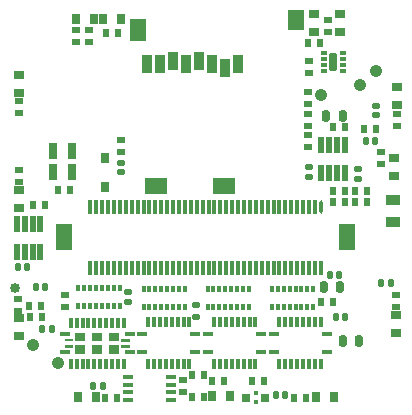
<source format=gbp>
G04 Layer_Color=128*
%FSLAX42Y42*%
%MOMM*%
G71*
G01*
G75*
%ADD69R,0.46X0.46*%
%ADD114R,0.56X0.66*%
%ADD115R,0.66X0.56*%
%ADD120R,0.66X0.66*%
G04:AMPARAMS|DCode=126|XSize=0.66mm|YSize=0.97mm|CornerRadius=0.18mm|HoleSize=0mm|Usage=FLASHONLY|Rotation=180.000|XOffset=0mm|YOffset=0mm|HoleType=Round|Shape=RoundedRectangle|*
%AMROUNDEDRECTD126*
21,1,0.66,0.61,0,0,180.0*
21,1,0.30,0.97,0,0,180.0*
1,1,0.36,-0.15,0.30*
1,1,0.36,0.15,0.30*
1,1,0.36,0.15,-0.30*
1,1,0.36,-0.15,-0.30*
%
%ADD126ROUNDEDRECTD126*%
G04:AMPARAMS|DCode=128|XSize=0.56mm|YSize=0.66mm|CornerRadius=0.15mm|HoleSize=0mm|Usage=FLASHONLY|Rotation=90.000|XOffset=0mm|YOffset=0mm|HoleType=Round|Shape=RoundedRectangle|*
%AMROUNDEDRECTD128*
21,1,0.56,0.36,0,0,90.0*
21,1,0.25,0.66,0,0,90.0*
1,1,0.30,0.18,0.13*
1,1,0.30,0.18,-0.13*
1,1,0.30,-0.18,-0.13*
1,1,0.30,-0.18,0.13*
%
%ADD128ROUNDEDRECTD128*%
G04:AMPARAMS|DCode=129|XSize=0.56mm|YSize=0.66mm|CornerRadius=0.15mm|HoleSize=0mm|Usage=FLASHONLY|Rotation=0.000|XOffset=0mm|YOffset=0mm|HoleType=Round|Shape=RoundedRectangle|*
%AMROUNDEDRECTD129*
21,1,0.56,0.36,0,0,0.0*
21,1,0.25,0.66,0,0,0.0*
1,1,0.30,0.13,-0.18*
1,1,0.30,-0.13,-0.18*
1,1,0.30,-0.13,0.18*
1,1,0.30,0.13,0.18*
%
%ADD129ROUNDEDRECTD129*%
%ADD132R,0.43X0.56*%
%ADD133R,0.30X0.56*%
G04:AMPARAMS|DCode=139|XSize=0.76mm|YSize=1.37mm|CornerRadius=0.2mm|HoleSize=0mm|Usage=FLASHONLY|Rotation=0.000|XOffset=0mm|YOffset=0mm|HoleType=Round|Shape=RoundedRectangle|*
%AMROUNDEDRECTD139*
21,1,0.76,0.97,0,0,0.0*
21,1,0.36,1.37,0,0,0.0*
1,1,0.41,0.18,-0.48*
1,1,0.41,-0.18,-0.48*
1,1,0.41,-0.18,0.48*
1,1,0.41,0.18,0.48*
%
%ADD139ROUNDEDRECTD139*%
%ADD140R,0.56X0.36*%
G04:AMPARAMS|DCode=141|XSize=0.56mm|YSize=0.36mm|CornerRadius=0.09mm|HoleSize=0mm|Usage=FLASHONLY|Rotation=0.000|XOffset=0mm|YOffset=0mm|HoleType=Round|Shape=RoundedRectangle|*
%AMROUNDEDRECTD141*
21,1,0.56,0.18,0,0,0.0*
21,1,0.39,0.36,0,0,0.0*
1,1,0.17,0.19,-0.09*
1,1,0.17,-0.19,-0.09*
1,1,0.17,-0.19,0.09*
1,1,0.17,0.19,0.09*
%
%ADD141ROUNDEDRECTD141*%
G04:AMPARAMS|DCode=142|XSize=0.76mm|YSize=1.47mm|CornerRadius=0.17mm|HoleSize=0mm|Usage=FLASHONLY|Rotation=0.000|XOffset=0mm|YOffset=0mm|HoleType=Round|Shape=RoundedRectangle|*
%AMROUNDEDRECTD142*
21,1,0.76,1.14,0,0,0.0*
21,1,0.43,1.47,0,0,0.0*
1,1,0.34,0.21,-0.57*
1,1,0.34,-0.21,-0.57*
1,1,0.34,-0.21,0.57*
1,1,0.34,0.21,0.57*
%
%ADD142ROUNDEDRECTD142*%
G04:AMPARAMS|DCode=178|XSize=1.07mm|YSize=1.07mm|CornerRadius=0.53mm|HoleSize=0mm|Usage=FLASHONLY|Rotation=180.000|XOffset=0mm|YOffset=0mm|HoleType=Round|Shape=RoundedRectangle|*
%AMROUNDEDRECTD178*
21,1,1.07,0.00,0,0,180.0*
21,1,0.00,1.07,0,0,180.0*
1,1,1.07,0.00,0.00*
1,1,1.07,0.00,0.00*
1,1,1.07,0.00,0.00*
1,1,1.07,0.00,0.00*
%
%ADD178ROUNDEDRECTD178*%
G04:AMPARAMS|DCode=179|XSize=0.85mm|YSize=0.85mm|CornerRadius=0.43mm|HoleSize=0mm|Usage=FLASHONLY|Rotation=180.000|XOffset=0mm|YOffset=0mm|HoleType=Round|Shape=RoundedRectangle|*
%AMROUNDEDRECTD179*
21,1,0.85,0.00,0,0,180.0*
21,1,0.00,0.85,0,0,180.0*
1,1,0.85,0.00,0.00*
1,1,0.85,0.00,0.00*
1,1,0.85,0.00,0.00*
1,1,0.85,0.00,0.00*
%
%ADD179ROUNDEDRECTD179*%
G04:AMPARAMS|DCode=180|XSize=1.07mm|YSize=1.07mm|CornerRadius=0.53mm|HoleSize=0mm|Usage=FLASHONLY|Rotation=90.000|XOffset=0mm|YOffset=0mm|HoleType=Round|Shape=RoundedRectangle|*
%AMROUNDEDRECTD180*
21,1,1.07,0.00,0,0,90.0*
21,1,0.00,1.07,0,0,90.0*
1,1,1.07,0.00,0.00*
1,1,1.07,0.00,0.00*
1,1,1.07,0.00,0.00*
1,1,1.07,0.00,0.00*
%
%ADD180ROUNDEDRECTD180*%
%ADD181R,0.91X0.36*%
%ADD182R,0.36X0.91*%
%ADD183R,1.47X1.96*%
%ADD184R,1.85X1.47*%
%ADD185R,1.47X1.66*%
%ADD186R,0.86X1.57*%
%ADD187R,0.91X0.41*%
%ADD188R,0.66X0.97*%
%ADD189R,0.97X0.66*%
%ADD190R,1.27X0.86*%
%ADD191R,0.30X1.17*%
%ADD192R,1.47X2.16*%
G04:AMPARAMS|DCode=193|XSize=0.3mm|YSize=1.17mm|CornerRadius=0.15mm|HoleSize=0mm|Usage=FLASHONLY|Rotation=180.000|XOffset=0mm|YOffset=0mm|HoleType=Round|Shape=RoundedRectangle|*
%AMROUNDEDRECTD193*
21,1,0.30,0.86,0,0,180.0*
21,1,0.00,1.17,0,0,180.0*
1,1,0.30,0.00,0.43*
1,1,0.30,0.00,0.43*
1,1,0.30,0.00,-0.43*
1,1,0.30,0.00,-0.43*
%
%ADD193ROUNDEDRECTD193*%
%ADD194R,0.48X1.37*%
%ADD195R,0.66X0.86*%
G04:AMPARAMS|DCode=199|XSize=0.36mm|YSize=0.91mm|CornerRadius=0.1mm|HoleSize=0mm|Usage=FLASHONLY|Rotation=270.000|XOffset=0mm|YOffset=0mm|HoleType=Round|Shape=RoundedRectangle|*
%AMROUNDEDRECTD199*
21,1,0.36,0.71,0,0,270.0*
21,1,0.15,0.91,0,0,270.0*
1,1,0.20,-0.36,-0.08*
1,1,0.20,-0.36,0.08*
1,1,0.20,0.36,0.08*
1,1,0.20,0.36,-0.08*
%
%ADD199ROUNDEDRECTD199*%
G04:AMPARAMS|DCode=200|XSize=0.36mm|YSize=0.91mm|CornerRadius=0.1mm|HoleSize=0mm|Usage=FLASHONLY|Rotation=180.000|XOffset=0mm|YOffset=0mm|HoleType=Round|Shape=RoundedRectangle|*
%AMROUNDEDRECTD200*
21,1,0.36,0.71,0,0,180.0*
21,1,0.15,0.91,0,0,180.0*
1,1,0.20,-0.08,0.36*
1,1,0.20,0.08,0.36*
1,1,0.20,0.08,-0.36*
1,1,0.20,-0.08,-0.36*
%
%ADD200ROUNDEDRECTD200*%
G36*
X3631Y3356D02*
Y3333D01*
X3561D01*
X3560Y3334D01*
Y3356D01*
X3631Y3356D01*
D02*
G37*
G36*
X3152D02*
Y3334D01*
X3080D01*
X3080Y3357D01*
X3150D01*
X3152Y3356D01*
D02*
G37*
G36*
X3543Y3286D02*
X3458D01*
Y3356D01*
X3543D01*
Y3286D01*
D02*
G37*
G36*
X3253D02*
X3168D01*
Y3356D01*
X3253D01*
Y3286D01*
D02*
G37*
G36*
X3398D02*
X3313D01*
Y3356D01*
X3398D01*
Y3286D01*
D02*
G37*
G36*
Y3391D02*
X3313D01*
Y3461D01*
X3398D01*
Y3391D01*
D02*
G37*
G36*
X3543D02*
X3458D01*
Y3461D01*
X3543D01*
Y3391D01*
D02*
G37*
G36*
X3253D02*
X3168D01*
Y3461D01*
X3253D01*
Y3391D01*
D02*
G37*
G36*
X3630Y3388D02*
X3560D01*
X3559Y3390D01*
Y3411D01*
X3630D01*
X3630Y3388D01*
D02*
G37*
G36*
X3152Y3411D02*
X3152Y3389D01*
X3080D01*
X3080Y3412D01*
X3150D01*
X3152Y3411D01*
D02*
G37*
D69*
X4696Y2954D02*
D03*
Y2873D02*
D03*
D114*
X3533Y5997D02*
D03*
X3432D02*
D03*
X5616Y5184D02*
D03*
X5717D02*
D03*
X3523Y2908D02*
D03*
X3422D02*
D03*
X4155Y2916D02*
D03*
X4256D02*
D03*
X5022Y2908D02*
D03*
X5122D02*
D03*
X5349Y4661D02*
D03*
X5450D02*
D03*
X5349Y4572D02*
D03*
X5450D02*
D03*
X5641D02*
D03*
X5541D02*
D03*
X5641Y4661D02*
D03*
X5541D02*
D03*
X2812Y4544D02*
D03*
X2913D02*
D03*
X5352Y5204D02*
D03*
X5453D02*
D03*
X4666Y3056D02*
D03*
X4767D02*
D03*
X2781Y3691D02*
D03*
X2882D02*
D03*
X5143Y5916D02*
D03*
X5244D02*
D03*
X4156Y3101D02*
D03*
X4257D02*
D03*
X2883Y3599D02*
D03*
X2782D02*
D03*
X4326Y3053D02*
D03*
X4426D02*
D03*
X3122Y4671D02*
D03*
X3021D02*
D03*
X5352Y3721D02*
D03*
X5251D02*
D03*
D115*
X5311Y6109D02*
D03*
Y6008D02*
D03*
X2690Y5326D02*
D03*
Y5427D02*
D03*
Y4839D02*
D03*
Y4738D02*
D03*
X2680Y3752D02*
D03*
Y3651D02*
D03*
X5880Y3782D02*
D03*
Y3681D02*
D03*
X5753Y4991D02*
D03*
Y4890D02*
D03*
X5890Y5215D02*
D03*
Y5315D02*
D03*
X3178Y6027D02*
D03*
Y5927D02*
D03*
X4084Y2960D02*
D03*
Y3061D02*
D03*
X3289Y6027D02*
D03*
Y5927D02*
D03*
X5138Y5499D02*
D03*
Y5398D02*
D03*
Y5133D02*
D03*
Y5033D02*
D03*
Y5316D02*
D03*
Y5215D02*
D03*
X5149Y5763D02*
D03*
Y5662D02*
D03*
X3078Y3680D02*
D03*
Y3781D02*
D03*
X3553Y5095D02*
D03*
Y4994D02*
D03*
D120*
X4615Y2913D02*
D03*
X4776D02*
D03*
D126*
X5412Y3853D02*
D03*
X5272D02*
D03*
X5574Y3396D02*
D03*
X5434D02*
D03*
X5432Y5296D02*
D03*
X5292D02*
D03*
D128*
X5565Y4768D02*
D03*
Y4848D02*
D03*
X3617Y3727D02*
D03*
Y3807D02*
D03*
X5718Y5384D02*
D03*
Y5304D02*
D03*
X4194Y3600D02*
D03*
Y3700D02*
D03*
X5144Y4863D02*
D03*
Y4783D02*
D03*
X3553Y4822D02*
D03*
Y4902D02*
D03*
D129*
X5707Y5083D02*
D03*
X5627D02*
D03*
X5839Y3884D02*
D03*
X5759D02*
D03*
X5402Y3955D02*
D03*
X5322D02*
D03*
X2680Y4016D02*
D03*
X2760D02*
D03*
X3400Y3010D02*
D03*
X3320D02*
D03*
X2971Y3498D02*
D03*
X2891D02*
D03*
X5373Y3599D02*
D03*
X5453D02*
D03*
X2913Y3853D02*
D03*
X2833D02*
D03*
X4865Y2939D02*
D03*
X4945D02*
D03*
D132*
X5184Y3833D02*
D03*
X4834D02*
D03*
Y3682D02*
D03*
X5184D02*
D03*
X4640Y3833D02*
D03*
X4290D02*
D03*
Y3682D02*
D03*
X4640D02*
D03*
X3546Y3838D02*
D03*
X3195D02*
D03*
Y3687D02*
D03*
X3546D02*
D03*
X4097Y3835D02*
D03*
X3747D02*
D03*
Y3684D02*
D03*
X4097D02*
D03*
D133*
X5134Y3833D02*
D03*
X5084D02*
D03*
X5034D02*
D03*
X4983D02*
D03*
X4933D02*
D03*
X4882D02*
D03*
Y3682D02*
D03*
X4933D02*
D03*
X4983D02*
D03*
X5034D02*
D03*
X5084D02*
D03*
X5134D02*
D03*
X4590Y3833D02*
D03*
X4540D02*
D03*
X4490D02*
D03*
X4440D02*
D03*
X4389D02*
D03*
X4338D02*
D03*
Y3682D02*
D03*
X4389D02*
D03*
X4440D02*
D03*
X4490D02*
D03*
X4540D02*
D03*
X4590D02*
D03*
X3496Y3838D02*
D03*
X3446D02*
D03*
X3396D02*
D03*
X3345D02*
D03*
X3294D02*
D03*
X3244D02*
D03*
Y3687D02*
D03*
X3294D02*
D03*
X3345D02*
D03*
X3396D02*
D03*
X3446D02*
D03*
X3496D02*
D03*
X4047Y3835D02*
D03*
X3997D02*
D03*
X3947D02*
D03*
X3896D02*
D03*
X3846D02*
D03*
X3795D02*
D03*
Y3684D02*
D03*
X3846D02*
D03*
X3896D02*
D03*
X3947D02*
D03*
X3997D02*
D03*
X4047D02*
D03*
D139*
X2983Y5004D02*
D03*
X3143Y5004D02*
D03*
X2983Y4821D02*
D03*
X3143Y4821D02*
D03*
D140*
X5272Y5677D02*
D03*
D141*
X5433D02*
D03*
Y5728D02*
D03*
Y5778D02*
D03*
Y5828D02*
D03*
X5272D02*
D03*
Y5778D02*
D03*
Y5728D02*
D03*
D142*
X5352Y5753D02*
D03*
D178*
X3020Y3203D02*
D03*
X2807Y3355D02*
D03*
X5578Y5563D02*
D03*
X5248Y5474D02*
D03*
D179*
X2657Y3843D02*
D03*
D180*
X5718Y5677D02*
D03*
D181*
X4186Y3301D02*
D03*
Y3452D02*
D03*
X3735D02*
D03*
Y3301D02*
D03*
X5298D02*
D03*
Y3452D02*
D03*
X4847D02*
D03*
Y3301D02*
D03*
X4745D02*
D03*
Y3452D02*
D03*
X4294D02*
D03*
Y3301D02*
D03*
D182*
X4135Y3551D02*
D03*
X4087D02*
D03*
X4036D02*
D03*
X3985D02*
D03*
X3935D02*
D03*
X3885D02*
D03*
X3835D02*
D03*
X3785D02*
D03*
Y3201D02*
D03*
X3835D02*
D03*
X3885D02*
D03*
X3935D02*
D03*
X3985D02*
D03*
X4036D02*
D03*
X4087D02*
D03*
X4135D02*
D03*
X5248Y3551D02*
D03*
X5199D02*
D03*
X5149D02*
D03*
X5098D02*
D03*
X5047D02*
D03*
X4997D02*
D03*
X4947D02*
D03*
X4897D02*
D03*
Y3201D02*
D03*
X4947D02*
D03*
X4997D02*
D03*
X5047D02*
D03*
X5098D02*
D03*
X5149D02*
D03*
X5199D02*
D03*
X5248D02*
D03*
X4694Y3551D02*
D03*
X4646D02*
D03*
X4595D02*
D03*
X4544D02*
D03*
X4494D02*
D03*
X4444D02*
D03*
X4394D02*
D03*
X4344D02*
D03*
Y3201D02*
D03*
X4394D02*
D03*
X4444D02*
D03*
X4494D02*
D03*
X4544D02*
D03*
X4595D02*
D03*
X4646D02*
D03*
X4694D02*
D03*
D183*
X3696Y6025D02*
D03*
D184*
X3856Y4709D02*
D03*
X4426D02*
D03*
D185*
X5036Y6114D02*
D03*
D186*
X3774Y5740D02*
D03*
X3884D02*
D03*
X3993Y5761D02*
D03*
X4105Y5740D02*
D03*
X4214Y5761D02*
D03*
X4323Y5740D02*
D03*
X4435Y5700D02*
D03*
X4545Y5740D02*
D03*
D187*
X3619Y3022D02*
D03*
X3975D02*
D03*
X3619Y2957D02*
D03*
Y2891D02*
D03*
X3975Y2957D02*
D03*
Y2891D02*
D03*
Y3087D02*
D03*
X3619D02*
D03*
D188*
X3406Y6119D02*
D03*
X3557D02*
D03*
X3345Y2918D02*
D03*
X3194D02*
D03*
X4328Y2929D02*
D03*
X4479D02*
D03*
X5207Y2918D02*
D03*
X5358D02*
D03*
X3174Y6119D02*
D03*
X3325D02*
D03*
D189*
X5413Y6007D02*
D03*
Y6158D02*
D03*
X2690Y5494D02*
D03*
Y5645D02*
D03*
Y4671D02*
D03*
Y4520D02*
D03*
X2692Y3584D02*
D03*
Y3433D02*
D03*
X5880Y3614D02*
D03*
Y3463D02*
D03*
X5870Y4945D02*
D03*
Y4794D02*
D03*
X5890Y5392D02*
D03*
Y5544D02*
D03*
X5189Y6011D02*
D03*
Y6162D02*
D03*
D190*
X5860Y4585D02*
D03*
Y4403D02*
D03*
D191*
X3297Y4010D02*
D03*
Y4531D02*
D03*
X3345Y4010D02*
D03*
Y4531D02*
D03*
X3396Y4010D02*
D03*
Y4531D02*
D03*
X3447Y4010D02*
D03*
Y4531D02*
D03*
X3495Y4010D02*
D03*
Y4531D02*
D03*
X3546Y4010D02*
D03*
Y4531D02*
D03*
X3597Y4010D02*
D03*
Y4531D02*
D03*
X3645Y4010D02*
D03*
Y4531D02*
D03*
X3696Y4010D02*
D03*
Y4531D02*
D03*
X3747Y4010D02*
D03*
Y4531D02*
D03*
X3795D02*
D03*
X3846D02*
D03*
X3896D02*
D03*
X3947D02*
D03*
X3995D02*
D03*
X4046D02*
D03*
X4097D02*
D03*
X4145D02*
D03*
X4196D02*
D03*
X4247D02*
D03*
X4297D02*
D03*
X4347D02*
D03*
X4397D02*
D03*
X4447D02*
D03*
X4497D02*
D03*
X4547D02*
D03*
X4597D02*
D03*
X4647D02*
D03*
X4697D02*
D03*
X4747D02*
D03*
X4797D02*
D03*
X4847D02*
D03*
X4897D02*
D03*
X4947D02*
D03*
X4997D02*
D03*
X5047D02*
D03*
X5097D02*
D03*
X5147D02*
D03*
X5197D02*
D03*
X3795Y4010D02*
D03*
X3846D02*
D03*
X3896D02*
D03*
X3947D02*
D03*
X3995D02*
D03*
X4046D02*
D03*
X4097D02*
D03*
X4145D02*
D03*
X4196D02*
D03*
X4247D02*
D03*
X4297D02*
D03*
X4347D02*
D03*
X4397D02*
D03*
X4447D02*
D03*
X4497D02*
D03*
X4547D02*
D03*
X4597D02*
D03*
X4647D02*
D03*
X4697D02*
D03*
X4747D02*
D03*
X4797D02*
D03*
X4847D02*
D03*
X4897D02*
D03*
X4947D02*
D03*
X4997D02*
D03*
X5047D02*
D03*
X5097D02*
D03*
X5147D02*
D03*
X5197D02*
D03*
X5247D02*
D03*
D192*
X3071Y4270D02*
D03*
X5472D02*
D03*
D193*
X5247Y4531D02*
D03*
D194*
X2874Y4384D02*
D03*
X2809D02*
D03*
X2743D02*
D03*
X2677D02*
D03*
Y4147D02*
D03*
X2743D02*
D03*
X2809D02*
D03*
X2874D02*
D03*
X5449Y5050D02*
D03*
X5384D02*
D03*
X5319D02*
D03*
X5253D02*
D03*
Y4813D02*
D03*
X5319D02*
D03*
X5384D02*
D03*
X5449D02*
D03*
D195*
X3424Y4694D02*
D03*
Y4946D02*
D03*
D199*
X3631Y3298D02*
D03*
Y3449D02*
D03*
X3080Y3298D02*
D03*
X3080Y3449D02*
D03*
D200*
X3581Y3548D02*
D03*
X3532Y3548D02*
D03*
X3482D02*
D03*
X3431Y3548D02*
D03*
X3380D02*
D03*
X3330D02*
D03*
X3280Y3548D02*
D03*
X3280Y3198D02*
D03*
X3330D02*
D03*
X3380D02*
D03*
X3431D02*
D03*
X3482D02*
D03*
X3532D02*
D03*
X3581D02*
D03*
X3130D02*
D03*
Y3548D02*
D03*
X3230Y3198D02*
D03*
X3180D02*
D03*
Y3548D02*
D03*
X3230D02*
D03*
M02*

</source>
